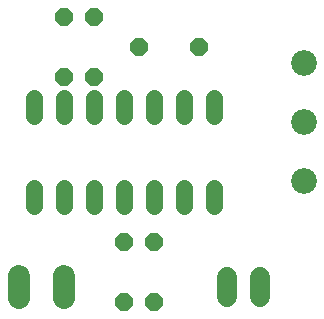
<source format=gbr>
G04 EAGLE Gerber RS-274X export*
G75*
%MOMM*%
%FSLAX34Y34*%
%LPD*%
%INBottom Copper*%
%IPPOS*%
%AMOC8*
5,1,8,0,0,1.08239X$1,22.5*%
G01*
%ADD10P,1.594577X8X22.500000*%
%ADD11C,1.473200*%
%ADD12C,1.676400*%
%ADD13P,1.594577X8X112.500000*%
%ADD14C,2.184400*%
%ADD15P,1.594577X8X292.500000*%
%ADD16C,1.879600*%


D10*
X127000Y241300D03*
X177800Y241300D03*
D11*
X38100Y121666D02*
X38100Y106934D01*
X63500Y106934D02*
X63500Y121666D01*
X190500Y121666D02*
X190500Y106934D01*
X190500Y183134D02*
X190500Y197866D01*
X88900Y121666D02*
X88900Y106934D01*
X114300Y106934D02*
X114300Y121666D01*
X165100Y121666D02*
X165100Y106934D01*
X139700Y106934D02*
X139700Y121666D01*
X165100Y183134D02*
X165100Y197866D01*
X139700Y197866D02*
X139700Y183134D01*
X114300Y183134D02*
X114300Y197866D01*
X88900Y197866D02*
X88900Y183134D01*
X63500Y183134D02*
X63500Y197866D01*
X38100Y197866D02*
X38100Y183134D01*
D12*
X201930Y46482D02*
X201930Y29718D01*
X229870Y29718D02*
X229870Y46482D01*
D13*
X114300Y25400D03*
X114300Y76200D03*
X139700Y25400D03*
X139700Y76200D03*
D14*
X266700Y127800D03*
X266700Y177800D03*
X266700Y227800D03*
D15*
X88900Y266700D03*
X88900Y215900D03*
D13*
X63500Y215900D03*
X63500Y266700D03*
D16*
X25400Y47498D02*
X25400Y28702D01*
X63500Y28702D02*
X63500Y47498D01*
M02*

</source>
